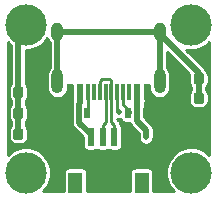
<source format=gtl>
G04 #@! TF.GenerationSoftware,KiCad,Pcbnew,5.1.5*
G04 #@! TF.CreationDate,2020-01-08T02:03:50-03:00*
G04 #@! TF.ProjectId,Unified-Daughterboard,556e6966-6965-4642-9d44-617567687465,rev?*
G04 #@! TF.SameCoordinates,Original*
G04 #@! TF.FileFunction,Copper,L1,Top*
G04 #@! TF.FilePolarity,Positive*
%FSLAX46Y46*%
G04 Gerber Fmt 4.6, Leading zero omitted, Abs format (unit mm)*
G04 Created by KiCad (PCBNEW 5.1.5) date 2020-01-08 02:03:50*
%MOMM*%
%LPD*%
G04 APERTURE LIST*
%ADD10C,0.100000*%
%ADD11C,3.500000*%
%ADD12R,0.600000X1.550000*%
%ADD13R,1.200000X1.800000*%
%ADD14R,0.500000X0.900000*%
%ADD15O,1.000000X1.600000*%
%ADD16O,1.000000X2.100000*%
%ADD17R,0.300000X1.450000*%
%ADD18R,0.600000X1.450000*%
%ADD19C,0.508000*%
%ADD20C,0.254000*%
%ADD21C,0.508000*%
G04 APERTURE END LIST*
G04 #@! TA.AperFunction,SMDPad,CuDef*
D10*
G36*
X69178191Y-65542053D02*
G01*
X69199426Y-65545203D01*
X69220250Y-65550419D01*
X69240462Y-65557651D01*
X69259868Y-65566830D01*
X69278281Y-65577866D01*
X69295524Y-65590654D01*
X69311430Y-65605070D01*
X69325846Y-65620976D01*
X69338634Y-65638219D01*
X69349670Y-65656632D01*
X69358849Y-65676038D01*
X69366081Y-65696250D01*
X69371297Y-65717074D01*
X69374447Y-65738309D01*
X69375500Y-65759750D01*
X69375500Y-66272250D01*
X69374447Y-66293691D01*
X69371297Y-66314926D01*
X69366081Y-66335750D01*
X69358849Y-66355962D01*
X69349670Y-66375368D01*
X69338634Y-66393781D01*
X69325846Y-66411024D01*
X69311430Y-66426930D01*
X69295524Y-66441346D01*
X69278281Y-66454134D01*
X69259868Y-66465170D01*
X69240462Y-66474349D01*
X69220250Y-66481581D01*
X69199426Y-66486797D01*
X69178191Y-66489947D01*
X69156750Y-66491000D01*
X68719250Y-66491000D01*
X68697809Y-66489947D01*
X68676574Y-66486797D01*
X68655750Y-66481581D01*
X68635538Y-66474349D01*
X68616132Y-66465170D01*
X68597719Y-66454134D01*
X68580476Y-66441346D01*
X68564570Y-66426930D01*
X68550154Y-66411024D01*
X68537366Y-66393781D01*
X68526330Y-66375368D01*
X68517151Y-66355962D01*
X68509919Y-66335750D01*
X68504703Y-66314926D01*
X68501553Y-66293691D01*
X68500500Y-66272250D01*
X68500500Y-65759750D01*
X68501553Y-65738309D01*
X68504703Y-65717074D01*
X68509919Y-65696250D01*
X68517151Y-65676038D01*
X68526330Y-65656632D01*
X68537366Y-65638219D01*
X68550154Y-65620976D01*
X68564570Y-65605070D01*
X68580476Y-65590654D01*
X68597719Y-65577866D01*
X68616132Y-65566830D01*
X68635538Y-65557651D01*
X68655750Y-65550419D01*
X68676574Y-65545203D01*
X68697809Y-65542053D01*
X68719250Y-65541000D01*
X69156750Y-65541000D01*
X69178191Y-65542053D01*
G37*
G04 #@! TD.AperFunction*
G04 #@! TA.AperFunction,SMDPad,CuDef*
G36*
X67603191Y-65542053D02*
G01*
X67624426Y-65545203D01*
X67645250Y-65550419D01*
X67665462Y-65557651D01*
X67684868Y-65566830D01*
X67703281Y-65577866D01*
X67720524Y-65590654D01*
X67736430Y-65605070D01*
X67750846Y-65620976D01*
X67763634Y-65638219D01*
X67774670Y-65656632D01*
X67783849Y-65676038D01*
X67791081Y-65696250D01*
X67796297Y-65717074D01*
X67799447Y-65738309D01*
X67800500Y-65759750D01*
X67800500Y-66272250D01*
X67799447Y-66293691D01*
X67796297Y-66314926D01*
X67791081Y-66335750D01*
X67783849Y-66355962D01*
X67774670Y-66375368D01*
X67763634Y-66393781D01*
X67750846Y-66411024D01*
X67736430Y-66426930D01*
X67720524Y-66441346D01*
X67703281Y-66454134D01*
X67684868Y-66465170D01*
X67665462Y-66474349D01*
X67645250Y-66481581D01*
X67624426Y-66486797D01*
X67603191Y-66489947D01*
X67581750Y-66491000D01*
X67144250Y-66491000D01*
X67122809Y-66489947D01*
X67101574Y-66486797D01*
X67080750Y-66481581D01*
X67060538Y-66474349D01*
X67041132Y-66465170D01*
X67022719Y-66454134D01*
X67005476Y-66441346D01*
X66989570Y-66426930D01*
X66975154Y-66411024D01*
X66962366Y-66393781D01*
X66951330Y-66375368D01*
X66942151Y-66355962D01*
X66934919Y-66335750D01*
X66929703Y-66314926D01*
X66926553Y-66293691D01*
X66925500Y-66272250D01*
X66925500Y-65759750D01*
X66926553Y-65738309D01*
X66929703Y-65717074D01*
X66934919Y-65696250D01*
X66942151Y-65676038D01*
X66951330Y-65656632D01*
X66962366Y-65638219D01*
X66975154Y-65620976D01*
X66989570Y-65605070D01*
X67005476Y-65590654D01*
X67022719Y-65577866D01*
X67041132Y-65566830D01*
X67060538Y-65557651D01*
X67080750Y-65550419D01*
X67101574Y-65545203D01*
X67122809Y-65542053D01*
X67144250Y-65541000D01*
X67581750Y-65541000D01*
X67603191Y-65542053D01*
G37*
G04 #@! TD.AperFunction*
G04 #@! TA.AperFunction,SMDPad,CuDef*
G36*
X81319191Y-64272053D02*
G01*
X81340426Y-64275203D01*
X81361250Y-64280419D01*
X81381462Y-64287651D01*
X81400868Y-64296830D01*
X81419281Y-64307866D01*
X81436524Y-64320654D01*
X81452430Y-64335070D01*
X81466846Y-64350976D01*
X81479634Y-64368219D01*
X81490670Y-64386632D01*
X81499849Y-64406038D01*
X81507081Y-64426250D01*
X81512297Y-64447074D01*
X81515447Y-64468309D01*
X81516500Y-64489750D01*
X81516500Y-65002250D01*
X81515447Y-65023691D01*
X81512297Y-65044926D01*
X81507081Y-65065750D01*
X81499849Y-65085962D01*
X81490670Y-65105368D01*
X81479634Y-65123781D01*
X81466846Y-65141024D01*
X81452430Y-65156930D01*
X81436524Y-65171346D01*
X81419281Y-65184134D01*
X81400868Y-65195170D01*
X81381462Y-65204349D01*
X81361250Y-65211581D01*
X81340426Y-65216797D01*
X81319191Y-65219947D01*
X81297750Y-65221000D01*
X80860250Y-65221000D01*
X80838809Y-65219947D01*
X80817574Y-65216797D01*
X80796750Y-65211581D01*
X80776538Y-65204349D01*
X80757132Y-65195170D01*
X80738719Y-65184134D01*
X80721476Y-65171346D01*
X80705570Y-65156930D01*
X80691154Y-65141024D01*
X80678366Y-65123781D01*
X80667330Y-65105368D01*
X80658151Y-65085962D01*
X80650919Y-65065750D01*
X80645703Y-65044926D01*
X80642553Y-65023691D01*
X80641500Y-65002250D01*
X80641500Y-64489750D01*
X80642553Y-64468309D01*
X80645703Y-64447074D01*
X80650919Y-64426250D01*
X80658151Y-64406038D01*
X80667330Y-64386632D01*
X80678366Y-64368219D01*
X80691154Y-64350976D01*
X80705570Y-64335070D01*
X80721476Y-64320654D01*
X80738719Y-64307866D01*
X80757132Y-64296830D01*
X80776538Y-64287651D01*
X80796750Y-64280419D01*
X80817574Y-64275203D01*
X80838809Y-64272053D01*
X80860250Y-64271000D01*
X81297750Y-64271000D01*
X81319191Y-64272053D01*
G37*
G04 #@! TD.AperFunction*
G04 #@! TA.AperFunction,SMDPad,CuDef*
G36*
X82894191Y-64272053D02*
G01*
X82915426Y-64275203D01*
X82936250Y-64280419D01*
X82956462Y-64287651D01*
X82975868Y-64296830D01*
X82994281Y-64307866D01*
X83011524Y-64320654D01*
X83027430Y-64335070D01*
X83041846Y-64350976D01*
X83054634Y-64368219D01*
X83065670Y-64386632D01*
X83074849Y-64406038D01*
X83082081Y-64426250D01*
X83087297Y-64447074D01*
X83090447Y-64468309D01*
X83091500Y-64489750D01*
X83091500Y-65002250D01*
X83090447Y-65023691D01*
X83087297Y-65044926D01*
X83082081Y-65065750D01*
X83074849Y-65085962D01*
X83065670Y-65105368D01*
X83054634Y-65123781D01*
X83041846Y-65141024D01*
X83027430Y-65156930D01*
X83011524Y-65171346D01*
X82994281Y-65184134D01*
X82975868Y-65195170D01*
X82956462Y-65204349D01*
X82936250Y-65211581D01*
X82915426Y-65216797D01*
X82894191Y-65219947D01*
X82872750Y-65221000D01*
X82435250Y-65221000D01*
X82413809Y-65219947D01*
X82392574Y-65216797D01*
X82371750Y-65211581D01*
X82351538Y-65204349D01*
X82332132Y-65195170D01*
X82313719Y-65184134D01*
X82296476Y-65171346D01*
X82280570Y-65156930D01*
X82266154Y-65141024D01*
X82253366Y-65123781D01*
X82242330Y-65105368D01*
X82233151Y-65085962D01*
X82225919Y-65065750D01*
X82220703Y-65044926D01*
X82217553Y-65023691D01*
X82216500Y-65002250D01*
X82216500Y-64489750D01*
X82217553Y-64468309D01*
X82220703Y-64447074D01*
X82225919Y-64426250D01*
X82233151Y-64406038D01*
X82242330Y-64386632D01*
X82253366Y-64368219D01*
X82266154Y-64350976D01*
X82280570Y-64335070D01*
X82296476Y-64320654D01*
X82313719Y-64307866D01*
X82332132Y-64296830D01*
X82351538Y-64287651D01*
X82371750Y-64280419D01*
X82392574Y-64275203D01*
X82413809Y-64272053D01*
X82435250Y-64271000D01*
X82872750Y-64271000D01*
X82894191Y-64272053D01*
G37*
G04 #@! TD.AperFunction*
G04 #@! TA.AperFunction,SMDPad,CuDef*
G36*
X67603191Y-63764053D02*
G01*
X67624426Y-63767203D01*
X67645250Y-63772419D01*
X67665462Y-63779651D01*
X67684868Y-63788830D01*
X67703281Y-63799866D01*
X67720524Y-63812654D01*
X67736430Y-63827070D01*
X67750846Y-63842976D01*
X67763634Y-63860219D01*
X67774670Y-63878632D01*
X67783849Y-63898038D01*
X67791081Y-63918250D01*
X67796297Y-63939074D01*
X67799447Y-63960309D01*
X67800500Y-63981750D01*
X67800500Y-64494250D01*
X67799447Y-64515691D01*
X67796297Y-64536926D01*
X67791081Y-64557750D01*
X67783849Y-64577962D01*
X67774670Y-64597368D01*
X67763634Y-64615781D01*
X67750846Y-64633024D01*
X67736430Y-64648930D01*
X67720524Y-64663346D01*
X67703281Y-64676134D01*
X67684868Y-64687170D01*
X67665462Y-64696349D01*
X67645250Y-64703581D01*
X67624426Y-64708797D01*
X67603191Y-64711947D01*
X67581750Y-64713000D01*
X67144250Y-64713000D01*
X67122809Y-64711947D01*
X67101574Y-64708797D01*
X67080750Y-64703581D01*
X67060538Y-64696349D01*
X67041132Y-64687170D01*
X67022719Y-64676134D01*
X67005476Y-64663346D01*
X66989570Y-64648930D01*
X66975154Y-64633024D01*
X66962366Y-64615781D01*
X66951330Y-64597368D01*
X66942151Y-64577962D01*
X66934919Y-64557750D01*
X66929703Y-64536926D01*
X66926553Y-64515691D01*
X66925500Y-64494250D01*
X66925500Y-63981750D01*
X66926553Y-63960309D01*
X66929703Y-63939074D01*
X66934919Y-63918250D01*
X66942151Y-63898038D01*
X66951330Y-63878632D01*
X66962366Y-63860219D01*
X66975154Y-63842976D01*
X66989570Y-63827070D01*
X67005476Y-63812654D01*
X67022719Y-63799866D01*
X67041132Y-63788830D01*
X67060538Y-63779651D01*
X67080750Y-63772419D01*
X67101574Y-63767203D01*
X67122809Y-63764053D01*
X67144250Y-63763000D01*
X67581750Y-63763000D01*
X67603191Y-63764053D01*
G37*
G04 #@! TD.AperFunction*
G04 #@! TA.AperFunction,SMDPad,CuDef*
G36*
X69178191Y-63764053D02*
G01*
X69199426Y-63767203D01*
X69220250Y-63772419D01*
X69240462Y-63779651D01*
X69259868Y-63788830D01*
X69278281Y-63799866D01*
X69295524Y-63812654D01*
X69311430Y-63827070D01*
X69325846Y-63842976D01*
X69338634Y-63860219D01*
X69349670Y-63878632D01*
X69358849Y-63898038D01*
X69366081Y-63918250D01*
X69371297Y-63939074D01*
X69374447Y-63960309D01*
X69375500Y-63981750D01*
X69375500Y-64494250D01*
X69374447Y-64515691D01*
X69371297Y-64536926D01*
X69366081Y-64557750D01*
X69358849Y-64577962D01*
X69349670Y-64597368D01*
X69338634Y-64615781D01*
X69325846Y-64633024D01*
X69311430Y-64648930D01*
X69295524Y-64663346D01*
X69278281Y-64676134D01*
X69259868Y-64687170D01*
X69240462Y-64696349D01*
X69220250Y-64703581D01*
X69199426Y-64708797D01*
X69178191Y-64711947D01*
X69156750Y-64713000D01*
X68719250Y-64713000D01*
X68697809Y-64711947D01*
X68676574Y-64708797D01*
X68655750Y-64703581D01*
X68635538Y-64696349D01*
X68616132Y-64687170D01*
X68597719Y-64676134D01*
X68580476Y-64663346D01*
X68564570Y-64648930D01*
X68550154Y-64633024D01*
X68537366Y-64615781D01*
X68526330Y-64597368D01*
X68517151Y-64577962D01*
X68509919Y-64557750D01*
X68504703Y-64536926D01*
X68501553Y-64515691D01*
X68500500Y-64494250D01*
X68500500Y-63981750D01*
X68501553Y-63960309D01*
X68504703Y-63939074D01*
X68509919Y-63918250D01*
X68517151Y-63898038D01*
X68526330Y-63878632D01*
X68537366Y-63860219D01*
X68550154Y-63842976D01*
X68564570Y-63827070D01*
X68580476Y-63812654D01*
X68597719Y-63799866D01*
X68616132Y-63788830D01*
X68635538Y-63779651D01*
X68655750Y-63772419D01*
X68676574Y-63767203D01*
X68697809Y-63764053D01*
X68719250Y-63763000D01*
X69156750Y-63763000D01*
X69178191Y-63764053D01*
G37*
G04 #@! TD.AperFunction*
G04 #@! TA.AperFunction,SMDPad,CuDef*
G36*
X69178191Y-67320053D02*
G01*
X69199426Y-67323203D01*
X69220250Y-67328419D01*
X69240462Y-67335651D01*
X69259868Y-67344830D01*
X69278281Y-67355866D01*
X69295524Y-67368654D01*
X69311430Y-67383070D01*
X69325846Y-67398976D01*
X69338634Y-67416219D01*
X69349670Y-67434632D01*
X69358849Y-67454038D01*
X69366081Y-67474250D01*
X69371297Y-67495074D01*
X69374447Y-67516309D01*
X69375500Y-67537750D01*
X69375500Y-68050250D01*
X69374447Y-68071691D01*
X69371297Y-68092926D01*
X69366081Y-68113750D01*
X69358849Y-68133962D01*
X69349670Y-68153368D01*
X69338634Y-68171781D01*
X69325846Y-68189024D01*
X69311430Y-68204930D01*
X69295524Y-68219346D01*
X69278281Y-68232134D01*
X69259868Y-68243170D01*
X69240462Y-68252349D01*
X69220250Y-68259581D01*
X69199426Y-68264797D01*
X69178191Y-68267947D01*
X69156750Y-68269000D01*
X68719250Y-68269000D01*
X68697809Y-68267947D01*
X68676574Y-68264797D01*
X68655750Y-68259581D01*
X68635538Y-68252349D01*
X68616132Y-68243170D01*
X68597719Y-68232134D01*
X68580476Y-68219346D01*
X68564570Y-68204930D01*
X68550154Y-68189024D01*
X68537366Y-68171781D01*
X68526330Y-68153368D01*
X68517151Y-68133962D01*
X68509919Y-68113750D01*
X68504703Y-68092926D01*
X68501553Y-68071691D01*
X68500500Y-68050250D01*
X68500500Y-67537750D01*
X68501553Y-67516309D01*
X68504703Y-67495074D01*
X68509919Y-67474250D01*
X68517151Y-67454038D01*
X68526330Y-67434632D01*
X68537366Y-67416219D01*
X68550154Y-67398976D01*
X68564570Y-67383070D01*
X68580476Y-67368654D01*
X68597719Y-67355866D01*
X68616132Y-67344830D01*
X68635538Y-67335651D01*
X68655750Y-67328419D01*
X68676574Y-67323203D01*
X68697809Y-67320053D01*
X68719250Y-67319000D01*
X69156750Y-67319000D01*
X69178191Y-67320053D01*
G37*
G04 #@! TD.AperFunction*
G04 #@! TA.AperFunction,SMDPad,CuDef*
G36*
X67603191Y-67320053D02*
G01*
X67624426Y-67323203D01*
X67645250Y-67328419D01*
X67665462Y-67335651D01*
X67684868Y-67344830D01*
X67703281Y-67355866D01*
X67720524Y-67368654D01*
X67736430Y-67383070D01*
X67750846Y-67398976D01*
X67763634Y-67416219D01*
X67774670Y-67434632D01*
X67783849Y-67454038D01*
X67791081Y-67474250D01*
X67796297Y-67495074D01*
X67799447Y-67516309D01*
X67800500Y-67537750D01*
X67800500Y-68050250D01*
X67799447Y-68071691D01*
X67796297Y-68092926D01*
X67791081Y-68113750D01*
X67783849Y-68133962D01*
X67774670Y-68153368D01*
X67763634Y-68171781D01*
X67750846Y-68189024D01*
X67736430Y-68204930D01*
X67720524Y-68219346D01*
X67703281Y-68232134D01*
X67684868Y-68243170D01*
X67665462Y-68252349D01*
X67645250Y-68259581D01*
X67624426Y-68264797D01*
X67603191Y-68267947D01*
X67581750Y-68269000D01*
X67144250Y-68269000D01*
X67122809Y-68267947D01*
X67101574Y-68264797D01*
X67080750Y-68259581D01*
X67060538Y-68252349D01*
X67041132Y-68243170D01*
X67022719Y-68232134D01*
X67005476Y-68219346D01*
X66989570Y-68204930D01*
X66975154Y-68189024D01*
X66962366Y-68171781D01*
X66951330Y-68153368D01*
X66942151Y-68133962D01*
X66934919Y-68113750D01*
X66929703Y-68092926D01*
X66926553Y-68071691D01*
X66925500Y-68050250D01*
X66925500Y-67537750D01*
X66926553Y-67516309D01*
X66929703Y-67495074D01*
X66934919Y-67474250D01*
X66942151Y-67454038D01*
X66951330Y-67434632D01*
X66962366Y-67416219D01*
X66975154Y-67398976D01*
X66989570Y-67383070D01*
X67005476Y-67368654D01*
X67022719Y-67355866D01*
X67041132Y-67344830D01*
X67060538Y-67335651D01*
X67080750Y-67328419D01*
X67101574Y-67323203D01*
X67122809Y-67320053D01*
X67144250Y-67319000D01*
X67581750Y-67319000D01*
X67603191Y-67320053D01*
G37*
G04 #@! TD.AperFunction*
G04 #@! TA.AperFunction,SMDPad,CuDef*
G36*
X81319191Y-62621053D02*
G01*
X81340426Y-62624203D01*
X81361250Y-62629419D01*
X81381462Y-62636651D01*
X81400868Y-62645830D01*
X81419281Y-62656866D01*
X81436524Y-62669654D01*
X81452430Y-62684070D01*
X81466846Y-62699976D01*
X81479634Y-62717219D01*
X81490670Y-62735632D01*
X81499849Y-62755038D01*
X81507081Y-62775250D01*
X81512297Y-62796074D01*
X81515447Y-62817309D01*
X81516500Y-62838750D01*
X81516500Y-63351250D01*
X81515447Y-63372691D01*
X81512297Y-63393926D01*
X81507081Y-63414750D01*
X81499849Y-63434962D01*
X81490670Y-63454368D01*
X81479634Y-63472781D01*
X81466846Y-63490024D01*
X81452430Y-63505930D01*
X81436524Y-63520346D01*
X81419281Y-63533134D01*
X81400868Y-63544170D01*
X81381462Y-63553349D01*
X81361250Y-63560581D01*
X81340426Y-63565797D01*
X81319191Y-63568947D01*
X81297750Y-63570000D01*
X80860250Y-63570000D01*
X80838809Y-63568947D01*
X80817574Y-63565797D01*
X80796750Y-63560581D01*
X80776538Y-63553349D01*
X80757132Y-63544170D01*
X80738719Y-63533134D01*
X80721476Y-63520346D01*
X80705570Y-63505930D01*
X80691154Y-63490024D01*
X80678366Y-63472781D01*
X80667330Y-63454368D01*
X80658151Y-63434962D01*
X80650919Y-63414750D01*
X80645703Y-63393926D01*
X80642553Y-63372691D01*
X80641500Y-63351250D01*
X80641500Y-62838750D01*
X80642553Y-62817309D01*
X80645703Y-62796074D01*
X80650919Y-62775250D01*
X80658151Y-62755038D01*
X80667330Y-62735632D01*
X80678366Y-62717219D01*
X80691154Y-62699976D01*
X80705570Y-62684070D01*
X80721476Y-62669654D01*
X80738719Y-62656866D01*
X80757132Y-62645830D01*
X80776538Y-62636651D01*
X80796750Y-62629419D01*
X80817574Y-62624203D01*
X80838809Y-62621053D01*
X80860250Y-62620000D01*
X81297750Y-62620000D01*
X81319191Y-62621053D01*
G37*
G04 #@! TD.AperFunction*
G04 #@! TA.AperFunction,SMDPad,CuDef*
G36*
X82894191Y-62621053D02*
G01*
X82915426Y-62624203D01*
X82936250Y-62629419D01*
X82956462Y-62636651D01*
X82975868Y-62645830D01*
X82994281Y-62656866D01*
X83011524Y-62669654D01*
X83027430Y-62684070D01*
X83041846Y-62699976D01*
X83054634Y-62717219D01*
X83065670Y-62735632D01*
X83074849Y-62755038D01*
X83082081Y-62775250D01*
X83087297Y-62796074D01*
X83090447Y-62817309D01*
X83091500Y-62838750D01*
X83091500Y-63351250D01*
X83090447Y-63372691D01*
X83087297Y-63393926D01*
X83082081Y-63414750D01*
X83074849Y-63434962D01*
X83065670Y-63454368D01*
X83054634Y-63472781D01*
X83041846Y-63490024D01*
X83027430Y-63505930D01*
X83011524Y-63520346D01*
X82994281Y-63533134D01*
X82975868Y-63544170D01*
X82956462Y-63553349D01*
X82936250Y-63560581D01*
X82915426Y-63565797D01*
X82894191Y-63568947D01*
X82872750Y-63570000D01*
X82435250Y-63570000D01*
X82413809Y-63568947D01*
X82392574Y-63565797D01*
X82371750Y-63560581D01*
X82351538Y-63553349D01*
X82332132Y-63544170D01*
X82313719Y-63533134D01*
X82296476Y-63520346D01*
X82280570Y-63505930D01*
X82266154Y-63490024D01*
X82253366Y-63472781D01*
X82242330Y-63454368D01*
X82233151Y-63434962D01*
X82225919Y-63414750D01*
X82220703Y-63393926D01*
X82217553Y-63372691D01*
X82216500Y-63351250D01*
X82216500Y-62838750D01*
X82217553Y-62817309D01*
X82220703Y-62796074D01*
X82225919Y-62775250D01*
X82233151Y-62755038D01*
X82242330Y-62735632D01*
X82253366Y-62717219D01*
X82266154Y-62699976D01*
X82280570Y-62684070D01*
X82296476Y-62669654D01*
X82313719Y-62656866D01*
X82332132Y-62645830D01*
X82351538Y-62636651D01*
X82371750Y-62629419D01*
X82392574Y-62624203D01*
X82413809Y-62621053D01*
X82435250Y-62620000D01*
X82872750Y-62620000D01*
X82894191Y-62621053D01*
G37*
G04 #@! TD.AperFunction*
D11*
X68004500Y-58543000D03*
X82004500Y-58543000D03*
X68004500Y-71043000D03*
X82004500Y-71043000D03*
D12*
X75504500Y-68018000D03*
X76504500Y-68018000D03*
X74504500Y-68018000D03*
X73504500Y-68018000D03*
D13*
X72204500Y-71893000D03*
X77804500Y-71893000D03*
D14*
X78171500Y-66016000D03*
X76671500Y-66016000D03*
X73218500Y-66016000D03*
X71718500Y-66016000D03*
D15*
X70684500Y-59143000D03*
X79324500Y-59143000D03*
D16*
X70684500Y-63323000D03*
X79324500Y-63323000D03*
D17*
X75254500Y-64238000D03*
X74754500Y-64238000D03*
X74254500Y-64238000D03*
X75754500Y-64238000D03*
X73754500Y-64238000D03*
X76254500Y-64238000D03*
X73254500Y-64238000D03*
X76754500Y-64238000D03*
D18*
X77454500Y-64238000D03*
X72554500Y-64238000D03*
X78229500Y-64238000D03*
X71779500Y-64238000D03*
D19*
X74504500Y-68018000D03*
X75897500Y-65889000D03*
X73504500Y-68018000D03*
X78183500Y-68048000D03*
D20*
X75254500Y-66739000D02*
X75254500Y-64238000D01*
X75504500Y-68018000D02*
X75504500Y-68018000D01*
X75504500Y-66989000D02*
X75254500Y-66739000D01*
X75504500Y-68018000D02*
X75504500Y-66989000D01*
X75254500Y-63259000D02*
X75254500Y-64238000D01*
X75090500Y-63095000D02*
X75254500Y-63259000D01*
X74418500Y-63095000D02*
X75090500Y-63095000D01*
X74254500Y-63259000D02*
X74418500Y-63095000D01*
X74254500Y-64238000D02*
X74254500Y-63259000D01*
X74754500Y-65217000D02*
X74754500Y-64238000D01*
X74754500Y-66739000D02*
X74754500Y-65217000D01*
X74504500Y-66989000D02*
X74754500Y-66739000D01*
X74504500Y-68018000D02*
X74504500Y-68018000D01*
X74504500Y-68018000D02*
X74504500Y-66989000D01*
X75754500Y-65270000D02*
X75754500Y-65746000D01*
X75754500Y-64238000D02*
X75754500Y-65270000D01*
X75754500Y-65746000D02*
X75897500Y-65889000D01*
X75897500Y-65889000D02*
X75897500Y-65889000D01*
D21*
X73504500Y-67814000D02*
X73504500Y-68018000D01*
X72514499Y-66823999D02*
X73504500Y-67814000D01*
X72514499Y-65202799D02*
X72514499Y-66823999D01*
X72554500Y-64238000D02*
X72554500Y-65162798D01*
X72554500Y-65162798D02*
X72514499Y-65202799D01*
X73504500Y-68018000D02*
X73504500Y-68018000D01*
X77454500Y-66557000D02*
X77454500Y-66684000D01*
X77454500Y-64238000D02*
X77454500Y-66557000D01*
X77454500Y-66684000D02*
X78183500Y-67413000D01*
X78183500Y-67413000D02*
X78183500Y-68048000D01*
X78183500Y-68048000D02*
X78183500Y-68048000D01*
D20*
X73254500Y-64238000D02*
X73254500Y-66016000D01*
X76254500Y-64238000D02*
X76254500Y-64389000D01*
X76254500Y-64389000D02*
X76231501Y-64411999D01*
X76260500Y-65278000D02*
X76798500Y-65816000D01*
X76254500Y-65278000D02*
X76260500Y-65278000D01*
X76798500Y-65816000D02*
X76798500Y-66016000D01*
X76254500Y-64238000D02*
X76254500Y-65278000D01*
D21*
X79324500Y-59143000D02*
X79324500Y-63323000D01*
X79324500Y-59143000D02*
X79324500Y-59283000D01*
X82654000Y-62612500D02*
X82654000Y-63095000D01*
X79324500Y-59283000D02*
X82654000Y-62612500D01*
X82654000Y-63095000D02*
X82654000Y-64746000D01*
X79324500Y-59143000D02*
X70684500Y-59143000D01*
X70684500Y-59143000D02*
X70684500Y-63323000D01*
X67363000Y-67794000D02*
X67363000Y-58543000D01*
X68004500Y-71043000D02*
X68004500Y-70950000D01*
D20*
G36*
X69866625Y-59781774D02*
G01*
X69948432Y-59934824D01*
X70049500Y-60057978D01*
X70049501Y-62158022D01*
X69948433Y-62281175D01*
X69866626Y-62434225D01*
X69816249Y-62600294D01*
X69803501Y-62729727D01*
X69803500Y-63916272D01*
X69816248Y-64045705D01*
X69866625Y-64211774D01*
X69948432Y-64364824D01*
X70058525Y-64498975D01*
X70192675Y-64609068D01*
X70345725Y-64690875D01*
X70511794Y-64741252D01*
X70684500Y-64758262D01*
X70857205Y-64741252D01*
X71023274Y-64690875D01*
X71176324Y-64609068D01*
X71310475Y-64498975D01*
X71420568Y-64364825D01*
X71502375Y-64211775D01*
X71552752Y-64045706D01*
X71565500Y-63916273D01*
X71565500Y-63603000D01*
X71871657Y-63603000D01*
X71871657Y-64963000D01*
X71879013Y-65037689D01*
X71890012Y-65073949D01*
X71888687Y-65078318D01*
X71879499Y-65171608D01*
X71879499Y-65171618D01*
X71876428Y-65202799D01*
X71879499Y-65233981D01*
X71879500Y-66792808D01*
X71876428Y-66823999D01*
X71879500Y-66855190D01*
X71879500Y-66855191D01*
X71887296Y-66934342D01*
X71888688Y-66948480D01*
X71924997Y-67068178D01*
X71983962Y-67178492D01*
X72010313Y-67210601D01*
X72063315Y-67275184D01*
X72087545Y-67295069D01*
X72821657Y-68029182D01*
X72821657Y-68793000D01*
X72829013Y-68867689D01*
X72850799Y-68939508D01*
X72886178Y-69005696D01*
X72933789Y-69063711D01*
X72991804Y-69111322D01*
X73057992Y-69146701D01*
X73129811Y-69168487D01*
X73204500Y-69175843D01*
X73804500Y-69175843D01*
X73879189Y-69168487D01*
X73951008Y-69146701D01*
X74004500Y-69118108D01*
X74057992Y-69146701D01*
X74129811Y-69168487D01*
X74204500Y-69175843D01*
X74804500Y-69175843D01*
X74879189Y-69168487D01*
X74951008Y-69146701D01*
X75004500Y-69118108D01*
X75057992Y-69146701D01*
X75129811Y-69168487D01*
X75204500Y-69175843D01*
X75804500Y-69175843D01*
X75879189Y-69168487D01*
X75951008Y-69146701D01*
X76017196Y-69111322D01*
X76075211Y-69063711D01*
X76122822Y-69005696D01*
X76158201Y-68939508D01*
X76179987Y-68867689D01*
X76187343Y-68793000D01*
X76187343Y-67243000D01*
X76179987Y-67168311D01*
X76158201Y-67096492D01*
X76122822Y-67030304D01*
X76075211Y-66972289D01*
X76017196Y-66924678D01*
X76008146Y-66919840D01*
X76005149Y-66889415D01*
X75976101Y-66793657D01*
X75928929Y-66705405D01*
X75865448Y-66628052D01*
X75846065Y-66612145D01*
X75762500Y-66528580D01*
X75762500Y-66509587D01*
X75834958Y-66524000D01*
X75960042Y-66524000D01*
X76042749Y-66507548D01*
X76046013Y-66540689D01*
X76067799Y-66612508D01*
X76103178Y-66678696D01*
X76150789Y-66736711D01*
X76208804Y-66784322D01*
X76274992Y-66819701D01*
X76346811Y-66841487D01*
X76421500Y-66848843D01*
X76840931Y-66848843D01*
X76864998Y-66928180D01*
X76923963Y-67038494D01*
X77003316Y-67135185D01*
X77027545Y-67155069D01*
X77548500Y-67676025D01*
X77548500Y-68016808D01*
X77545428Y-68048000D01*
X77548500Y-68079192D01*
X77548500Y-68110542D01*
X77554616Y-68141287D01*
X77557688Y-68172482D01*
X77566788Y-68202480D01*
X77572903Y-68233223D01*
X77584897Y-68262179D01*
X77593998Y-68292180D01*
X77608777Y-68319828D01*
X77620771Y-68348785D01*
X77638186Y-68374848D01*
X77652963Y-68402494D01*
X77672848Y-68426724D01*
X77690264Y-68452789D01*
X77712430Y-68474955D01*
X77732315Y-68499185D01*
X77756545Y-68519070D01*
X77778711Y-68541236D01*
X77804776Y-68558652D01*
X77829006Y-68578537D01*
X77856652Y-68593314D01*
X77882715Y-68610729D01*
X77911672Y-68622723D01*
X77939320Y-68637502D01*
X77969320Y-68646602D01*
X77998277Y-68658597D01*
X78029020Y-68664712D01*
X78059018Y-68673812D01*
X78090213Y-68676884D01*
X78120958Y-68683000D01*
X78152309Y-68683000D01*
X78183500Y-68686072D01*
X78214692Y-68683000D01*
X78246042Y-68683000D01*
X78276787Y-68676884D01*
X78307982Y-68673812D01*
X78337980Y-68664712D01*
X78368723Y-68658597D01*
X78397680Y-68646602D01*
X78427680Y-68637502D01*
X78455328Y-68622723D01*
X78484285Y-68610729D01*
X78510348Y-68593314D01*
X78537994Y-68578537D01*
X78562224Y-68558652D01*
X78588289Y-68541236D01*
X78610455Y-68519070D01*
X78634685Y-68499185D01*
X78654570Y-68474955D01*
X78676736Y-68452789D01*
X78694152Y-68426724D01*
X78714037Y-68402494D01*
X78728814Y-68374848D01*
X78746229Y-68348785D01*
X78758223Y-68319828D01*
X78773002Y-68292180D01*
X78782103Y-68262179D01*
X78794097Y-68233223D01*
X78800212Y-68202480D01*
X78809312Y-68172482D01*
X78812384Y-68141287D01*
X78818500Y-68110542D01*
X78818500Y-68079192D01*
X78821572Y-68048000D01*
X78818500Y-68016808D01*
X78818500Y-67444189D01*
X78821572Y-67413000D01*
X78816629Y-67362815D01*
X78809312Y-67288518D01*
X78773002Y-67168820D01*
X78761073Y-67146502D01*
X78714038Y-67058506D01*
X78654569Y-66986043D01*
X78654565Y-66986039D01*
X78634685Y-66961815D01*
X78610461Y-66941935D01*
X78089500Y-66420975D01*
X78089500Y-65144494D01*
X78108201Y-65109508D01*
X78129987Y-65037689D01*
X78137343Y-64963000D01*
X78137343Y-63603000D01*
X78443500Y-63603000D01*
X78443500Y-63916272D01*
X78456248Y-64045705D01*
X78506625Y-64211774D01*
X78588432Y-64364824D01*
X78698525Y-64498975D01*
X78832675Y-64609068D01*
X78985725Y-64690875D01*
X79151794Y-64741252D01*
X79324500Y-64758262D01*
X79497205Y-64741252D01*
X79663274Y-64690875D01*
X79816324Y-64609068D01*
X79950475Y-64498975D01*
X80060568Y-64364825D01*
X80142375Y-64211775D01*
X80192752Y-64045706D01*
X80205500Y-63916273D01*
X80205500Y-62729727D01*
X80192752Y-62600294D01*
X80142375Y-62434225D01*
X80060568Y-62281175D01*
X79959500Y-62158022D01*
X79959500Y-60816024D01*
X81849788Y-62706313D01*
X81845216Y-62721385D01*
X81833657Y-62838750D01*
X81833657Y-63351250D01*
X81845216Y-63468615D01*
X81879451Y-63581470D01*
X81935044Y-63685477D01*
X82009860Y-63776640D01*
X82019000Y-63784141D01*
X82019001Y-64056858D01*
X82009860Y-64064360D01*
X81935044Y-64155523D01*
X81879451Y-64259530D01*
X81845216Y-64372385D01*
X81833657Y-64489750D01*
X81833657Y-65002250D01*
X81845216Y-65119615D01*
X81879451Y-65232470D01*
X81935044Y-65336477D01*
X82009860Y-65427640D01*
X82101023Y-65502456D01*
X82205030Y-65558049D01*
X82317885Y-65592284D01*
X82435250Y-65603843D01*
X82872750Y-65603843D01*
X82990115Y-65592284D01*
X83102970Y-65558049D01*
X83206977Y-65502456D01*
X83298140Y-65427640D01*
X83372956Y-65336477D01*
X83428549Y-65232470D01*
X83462784Y-65119615D01*
X83474343Y-65002250D01*
X83474343Y-64489750D01*
X83462784Y-64372385D01*
X83428549Y-64259530D01*
X83372956Y-64155523D01*
X83298140Y-64064360D01*
X83289000Y-64056859D01*
X83289000Y-63784141D01*
X83298140Y-63776640D01*
X83372956Y-63685477D01*
X83428549Y-63581470D01*
X83462784Y-63468615D01*
X83474343Y-63351250D01*
X83474343Y-62838750D01*
X83462784Y-62721385D01*
X83428549Y-62608530D01*
X83372956Y-62504523D01*
X83298140Y-62413360D01*
X83243583Y-62368586D01*
X83243502Y-62368320D01*
X83184537Y-62258006D01*
X83105185Y-62161315D01*
X83080956Y-62141431D01*
X81568559Y-60629035D01*
X81794615Y-60674000D01*
X82214385Y-60674000D01*
X82626090Y-60592107D01*
X83013907Y-60431468D01*
X83362933Y-60198256D01*
X83548500Y-60012689D01*
X83548501Y-69573312D01*
X83362933Y-69387744D01*
X83013907Y-69154532D01*
X82626090Y-68993893D01*
X82214385Y-68912000D01*
X81794615Y-68912000D01*
X81382910Y-68993893D01*
X80995093Y-69154532D01*
X80646067Y-69387744D01*
X80349244Y-69684567D01*
X80116032Y-70033593D01*
X79955393Y-70421410D01*
X79873500Y-70833115D01*
X79873500Y-71252885D01*
X79955393Y-71664590D01*
X80116032Y-72052407D01*
X80349244Y-72401433D01*
X80534811Y-72587000D01*
X78787343Y-72587000D01*
X78787343Y-70993000D01*
X78779987Y-70918311D01*
X78758201Y-70846492D01*
X78722822Y-70780304D01*
X78675211Y-70722289D01*
X78617196Y-70674678D01*
X78551008Y-70639299D01*
X78479189Y-70617513D01*
X78404500Y-70610157D01*
X77204500Y-70610157D01*
X77129811Y-70617513D01*
X77057992Y-70639299D01*
X76991804Y-70674678D01*
X76933789Y-70722289D01*
X76886178Y-70780304D01*
X76850799Y-70846492D01*
X76829013Y-70918311D01*
X76821657Y-70993000D01*
X76821657Y-72587000D01*
X73187343Y-72587000D01*
X73187343Y-70993000D01*
X73179987Y-70918311D01*
X73158201Y-70846492D01*
X73122822Y-70780304D01*
X73075211Y-70722289D01*
X73017196Y-70674678D01*
X72951008Y-70639299D01*
X72879189Y-70617513D01*
X72804500Y-70610157D01*
X71604500Y-70610157D01*
X71529811Y-70617513D01*
X71457992Y-70639299D01*
X71391804Y-70674678D01*
X71333789Y-70722289D01*
X71286178Y-70780304D01*
X71250799Y-70846492D01*
X71229013Y-70918311D01*
X71221657Y-70993000D01*
X71221657Y-72587000D01*
X69474189Y-72587000D01*
X69659756Y-72401433D01*
X69892968Y-72052407D01*
X70053607Y-71664590D01*
X70135500Y-71252885D01*
X70135500Y-70833115D01*
X70053607Y-70421410D01*
X69892968Y-70033593D01*
X69659756Y-69684567D01*
X69362933Y-69387744D01*
X69013907Y-69154532D01*
X68626090Y-68993893D01*
X68214385Y-68912000D01*
X67794615Y-68912000D01*
X67382910Y-68993893D01*
X66995093Y-69154532D01*
X66646067Y-69387744D01*
X66460500Y-69573311D01*
X66460500Y-60012689D01*
X66646067Y-60198256D01*
X66728001Y-60253002D01*
X66728000Y-63548859D01*
X66718860Y-63556360D01*
X66644044Y-63647523D01*
X66588451Y-63751530D01*
X66554216Y-63864385D01*
X66542657Y-63981750D01*
X66542657Y-64494250D01*
X66554216Y-64611615D01*
X66588451Y-64724470D01*
X66644044Y-64828477D01*
X66718860Y-64919640D01*
X66728000Y-64927141D01*
X66728000Y-65326859D01*
X66718860Y-65334360D01*
X66644044Y-65425523D01*
X66588451Y-65529530D01*
X66554216Y-65642385D01*
X66542657Y-65759750D01*
X66542657Y-66272250D01*
X66554216Y-66389615D01*
X66588451Y-66502470D01*
X66644044Y-66606477D01*
X66718860Y-66697640D01*
X66728000Y-66705141D01*
X66728000Y-67104859D01*
X66718860Y-67112360D01*
X66644044Y-67203523D01*
X66588451Y-67307530D01*
X66554216Y-67420385D01*
X66542657Y-67537750D01*
X66542657Y-68050250D01*
X66554216Y-68167615D01*
X66588451Y-68280470D01*
X66644044Y-68384477D01*
X66718860Y-68475640D01*
X66810023Y-68550456D01*
X66914030Y-68606049D01*
X67026885Y-68640284D01*
X67144250Y-68651843D01*
X67581750Y-68651843D01*
X67699115Y-68640284D01*
X67811970Y-68606049D01*
X67915977Y-68550456D01*
X68007140Y-68475640D01*
X68081956Y-68384477D01*
X68137549Y-68280470D01*
X68171784Y-68167615D01*
X68183343Y-68050250D01*
X68183343Y-67537750D01*
X68171784Y-67420385D01*
X68137549Y-67307530D01*
X68081956Y-67203523D01*
X68007140Y-67112360D01*
X67998000Y-67104859D01*
X67998000Y-66705141D01*
X68007140Y-66697640D01*
X68081956Y-66606477D01*
X68137549Y-66502470D01*
X68171784Y-66389615D01*
X68183343Y-66272250D01*
X68183343Y-65759750D01*
X68171784Y-65642385D01*
X68137549Y-65529530D01*
X68081956Y-65425523D01*
X68007140Y-65334360D01*
X67998000Y-65326859D01*
X67998000Y-64927141D01*
X68007140Y-64919640D01*
X68081956Y-64828477D01*
X68137549Y-64724470D01*
X68171784Y-64611615D01*
X68183343Y-64494250D01*
X68183343Y-63981750D01*
X68171784Y-63864385D01*
X68137549Y-63751530D01*
X68081956Y-63647523D01*
X68007140Y-63556360D01*
X67998000Y-63548859D01*
X67998000Y-60674000D01*
X68214385Y-60674000D01*
X68626090Y-60592107D01*
X69013907Y-60431468D01*
X69362933Y-60198256D01*
X69659756Y-59901433D01*
X69826997Y-59651139D01*
X69866625Y-59781774D01*
G37*
X69866625Y-59781774D02*
X69948432Y-59934824D01*
X70049500Y-60057978D01*
X70049501Y-62158022D01*
X69948433Y-62281175D01*
X69866626Y-62434225D01*
X69816249Y-62600294D01*
X69803501Y-62729727D01*
X69803500Y-63916272D01*
X69816248Y-64045705D01*
X69866625Y-64211774D01*
X69948432Y-64364824D01*
X70058525Y-64498975D01*
X70192675Y-64609068D01*
X70345725Y-64690875D01*
X70511794Y-64741252D01*
X70684500Y-64758262D01*
X70857205Y-64741252D01*
X71023274Y-64690875D01*
X71176324Y-64609068D01*
X71310475Y-64498975D01*
X71420568Y-64364825D01*
X71502375Y-64211775D01*
X71552752Y-64045706D01*
X71565500Y-63916273D01*
X71565500Y-63603000D01*
X71871657Y-63603000D01*
X71871657Y-64963000D01*
X71879013Y-65037689D01*
X71890012Y-65073949D01*
X71888687Y-65078318D01*
X71879499Y-65171608D01*
X71879499Y-65171618D01*
X71876428Y-65202799D01*
X71879499Y-65233981D01*
X71879500Y-66792808D01*
X71876428Y-66823999D01*
X71879500Y-66855190D01*
X71879500Y-66855191D01*
X71887296Y-66934342D01*
X71888688Y-66948480D01*
X71924997Y-67068178D01*
X71983962Y-67178492D01*
X72010313Y-67210601D01*
X72063315Y-67275184D01*
X72087545Y-67295069D01*
X72821657Y-68029182D01*
X72821657Y-68793000D01*
X72829013Y-68867689D01*
X72850799Y-68939508D01*
X72886178Y-69005696D01*
X72933789Y-69063711D01*
X72991804Y-69111322D01*
X73057992Y-69146701D01*
X73129811Y-69168487D01*
X73204500Y-69175843D01*
X73804500Y-69175843D01*
X73879189Y-69168487D01*
X73951008Y-69146701D01*
X74004500Y-69118108D01*
X74057992Y-69146701D01*
X74129811Y-69168487D01*
X74204500Y-69175843D01*
X74804500Y-69175843D01*
X74879189Y-69168487D01*
X74951008Y-69146701D01*
X75004500Y-69118108D01*
X75057992Y-69146701D01*
X75129811Y-69168487D01*
X75204500Y-69175843D01*
X75804500Y-69175843D01*
X75879189Y-69168487D01*
X75951008Y-69146701D01*
X76017196Y-69111322D01*
X76075211Y-69063711D01*
X76122822Y-69005696D01*
X76158201Y-68939508D01*
X76179987Y-68867689D01*
X76187343Y-68793000D01*
X76187343Y-67243000D01*
X76179987Y-67168311D01*
X76158201Y-67096492D01*
X76122822Y-67030304D01*
X76075211Y-66972289D01*
X76017196Y-66924678D01*
X76008146Y-66919840D01*
X76005149Y-66889415D01*
X75976101Y-66793657D01*
X75928929Y-66705405D01*
X75865448Y-66628052D01*
X75846065Y-66612145D01*
X75762500Y-66528580D01*
X75762500Y-66509587D01*
X75834958Y-66524000D01*
X75960042Y-66524000D01*
X76042749Y-66507548D01*
X76046013Y-66540689D01*
X76067799Y-66612508D01*
X76103178Y-66678696D01*
X76150789Y-66736711D01*
X76208804Y-66784322D01*
X76274992Y-66819701D01*
X76346811Y-66841487D01*
X76421500Y-66848843D01*
X76840931Y-66848843D01*
X76864998Y-66928180D01*
X76923963Y-67038494D01*
X77003316Y-67135185D01*
X77027545Y-67155069D01*
X77548500Y-67676025D01*
X77548500Y-68016808D01*
X77545428Y-68048000D01*
X77548500Y-68079192D01*
X77548500Y-68110542D01*
X77554616Y-68141287D01*
X77557688Y-68172482D01*
X77566788Y-68202480D01*
X77572903Y-68233223D01*
X77584897Y-68262179D01*
X77593998Y-68292180D01*
X77608777Y-68319828D01*
X77620771Y-68348785D01*
X77638186Y-68374848D01*
X77652963Y-68402494D01*
X77672848Y-68426724D01*
X77690264Y-68452789D01*
X77712430Y-68474955D01*
X77732315Y-68499185D01*
X77756545Y-68519070D01*
X77778711Y-68541236D01*
X77804776Y-68558652D01*
X77829006Y-68578537D01*
X77856652Y-68593314D01*
X77882715Y-68610729D01*
X77911672Y-68622723D01*
X77939320Y-68637502D01*
X77969320Y-68646602D01*
X77998277Y-68658597D01*
X78029020Y-68664712D01*
X78059018Y-68673812D01*
X78090213Y-68676884D01*
X78120958Y-68683000D01*
X78152309Y-68683000D01*
X78183500Y-68686072D01*
X78214692Y-68683000D01*
X78246042Y-68683000D01*
X78276787Y-68676884D01*
X78307982Y-68673812D01*
X78337980Y-68664712D01*
X78368723Y-68658597D01*
X78397680Y-68646602D01*
X78427680Y-68637502D01*
X78455328Y-68622723D01*
X78484285Y-68610729D01*
X78510348Y-68593314D01*
X78537994Y-68578537D01*
X78562224Y-68558652D01*
X78588289Y-68541236D01*
X78610455Y-68519070D01*
X78634685Y-68499185D01*
X78654570Y-68474955D01*
X78676736Y-68452789D01*
X78694152Y-68426724D01*
X78714037Y-68402494D01*
X78728814Y-68374848D01*
X78746229Y-68348785D01*
X78758223Y-68319828D01*
X78773002Y-68292180D01*
X78782103Y-68262179D01*
X78794097Y-68233223D01*
X78800212Y-68202480D01*
X78809312Y-68172482D01*
X78812384Y-68141287D01*
X78818500Y-68110542D01*
X78818500Y-68079192D01*
X78821572Y-68048000D01*
X78818500Y-68016808D01*
X78818500Y-67444189D01*
X78821572Y-67413000D01*
X78816629Y-67362815D01*
X78809312Y-67288518D01*
X78773002Y-67168820D01*
X78761073Y-67146502D01*
X78714038Y-67058506D01*
X78654569Y-66986043D01*
X78654565Y-66986039D01*
X78634685Y-66961815D01*
X78610461Y-66941935D01*
X78089500Y-66420975D01*
X78089500Y-65144494D01*
X78108201Y-65109508D01*
X78129987Y-65037689D01*
X78137343Y-64963000D01*
X78137343Y-63603000D01*
X78443500Y-63603000D01*
X78443500Y-63916272D01*
X78456248Y-64045705D01*
X78506625Y-64211774D01*
X78588432Y-64364824D01*
X78698525Y-64498975D01*
X78832675Y-64609068D01*
X78985725Y-64690875D01*
X79151794Y-64741252D01*
X79324500Y-64758262D01*
X79497205Y-64741252D01*
X79663274Y-64690875D01*
X79816324Y-64609068D01*
X79950475Y-64498975D01*
X80060568Y-64364825D01*
X80142375Y-64211775D01*
X80192752Y-64045706D01*
X80205500Y-63916273D01*
X80205500Y-62729727D01*
X80192752Y-62600294D01*
X80142375Y-62434225D01*
X80060568Y-62281175D01*
X79959500Y-62158022D01*
X79959500Y-60816024D01*
X81849788Y-62706313D01*
X81845216Y-62721385D01*
X81833657Y-62838750D01*
X81833657Y-63351250D01*
X81845216Y-63468615D01*
X81879451Y-63581470D01*
X81935044Y-63685477D01*
X82009860Y-63776640D01*
X82019000Y-63784141D01*
X82019001Y-64056858D01*
X82009860Y-64064360D01*
X81935044Y-64155523D01*
X81879451Y-64259530D01*
X81845216Y-64372385D01*
X81833657Y-64489750D01*
X81833657Y-65002250D01*
X81845216Y-65119615D01*
X81879451Y-65232470D01*
X81935044Y-65336477D01*
X82009860Y-65427640D01*
X82101023Y-65502456D01*
X82205030Y-65558049D01*
X82317885Y-65592284D01*
X82435250Y-65603843D01*
X82872750Y-65603843D01*
X82990115Y-65592284D01*
X83102970Y-65558049D01*
X83206977Y-65502456D01*
X83298140Y-65427640D01*
X83372956Y-65336477D01*
X83428549Y-65232470D01*
X83462784Y-65119615D01*
X83474343Y-65002250D01*
X83474343Y-64489750D01*
X83462784Y-64372385D01*
X83428549Y-64259530D01*
X83372956Y-64155523D01*
X83298140Y-64064360D01*
X83289000Y-64056859D01*
X83289000Y-63784141D01*
X83298140Y-63776640D01*
X83372956Y-63685477D01*
X83428549Y-63581470D01*
X83462784Y-63468615D01*
X83474343Y-63351250D01*
X83474343Y-62838750D01*
X83462784Y-62721385D01*
X83428549Y-62608530D01*
X83372956Y-62504523D01*
X83298140Y-62413360D01*
X83243583Y-62368586D01*
X83243502Y-62368320D01*
X83184537Y-62258006D01*
X83105185Y-62161315D01*
X83080956Y-62141431D01*
X81568559Y-60629035D01*
X81794615Y-60674000D01*
X82214385Y-60674000D01*
X82626090Y-60592107D01*
X83013907Y-60431468D01*
X83362933Y-60198256D01*
X83548500Y-60012689D01*
X83548501Y-69573312D01*
X83362933Y-69387744D01*
X83013907Y-69154532D01*
X82626090Y-68993893D01*
X82214385Y-68912000D01*
X81794615Y-68912000D01*
X81382910Y-68993893D01*
X80995093Y-69154532D01*
X80646067Y-69387744D01*
X80349244Y-69684567D01*
X80116032Y-70033593D01*
X79955393Y-70421410D01*
X79873500Y-70833115D01*
X79873500Y-71252885D01*
X79955393Y-71664590D01*
X80116032Y-72052407D01*
X80349244Y-72401433D01*
X80534811Y-72587000D01*
X78787343Y-72587000D01*
X78787343Y-70993000D01*
X78779987Y-70918311D01*
X78758201Y-70846492D01*
X78722822Y-70780304D01*
X78675211Y-70722289D01*
X78617196Y-70674678D01*
X78551008Y-70639299D01*
X78479189Y-70617513D01*
X78404500Y-70610157D01*
X77204500Y-70610157D01*
X77129811Y-70617513D01*
X77057992Y-70639299D01*
X76991804Y-70674678D01*
X76933789Y-70722289D01*
X76886178Y-70780304D01*
X76850799Y-70846492D01*
X76829013Y-70918311D01*
X76821657Y-70993000D01*
X76821657Y-72587000D01*
X73187343Y-72587000D01*
X73187343Y-70993000D01*
X73179987Y-70918311D01*
X73158201Y-70846492D01*
X73122822Y-70780304D01*
X73075211Y-70722289D01*
X73017196Y-70674678D01*
X72951008Y-70639299D01*
X72879189Y-70617513D01*
X72804500Y-70610157D01*
X71604500Y-70610157D01*
X71529811Y-70617513D01*
X71457992Y-70639299D01*
X71391804Y-70674678D01*
X71333789Y-70722289D01*
X71286178Y-70780304D01*
X71250799Y-70846492D01*
X71229013Y-70918311D01*
X71221657Y-70993000D01*
X71221657Y-72587000D01*
X69474189Y-72587000D01*
X69659756Y-72401433D01*
X69892968Y-72052407D01*
X70053607Y-71664590D01*
X70135500Y-71252885D01*
X70135500Y-70833115D01*
X70053607Y-70421410D01*
X69892968Y-70033593D01*
X69659756Y-69684567D01*
X69362933Y-69387744D01*
X69013907Y-69154532D01*
X68626090Y-68993893D01*
X68214385Y-68912000D01*
X67794615Y-68912000D01*
X67382910Y-68993893D01*
X66995093Y-69154532D01*
X66646067Y-69387744D01*
X66460500Y-69573311D01*
X66460500Y-60012689D01*
X66646067Y-60198256D01*
X66728001Y-60253002D01*
X66728000Y-63548859D01*
X66718860Y-63556360D01*
X66644044Y-63647523D01*
X66588451Y-63751530D01*
X66554216Y-63864385D01*
X66542657Y-63981750D01*
X66542657Y-64494250D01*
X66554216Y-64611615D01*
X66588451Y-64724470D01*
X66644044Y-64828477D01*
X66718860Y-64919640D01*
X66728000Y-64927141D01*
X66728000Y-65326859D01*
X66718860Y-65334360D01*
X66644044Y-65425523D01*
X66588451Y-65529530D01*
X66554216Y-65642385D01*
X66542657Y-65759750D01*
X66542657Y-66272250D01*
X66554216Y-66389615D01*
X66588451Y-66502470D01*
X66644044Y-66606477D01*
X66718860Y-66697640D01*
X66728000Y-66705141D01*
X66728000Y-67104859D01*
X66718860Y-67112360D01*
X66644044Y-67203523D01*
X66588451Y-67307530D01*
X66554216Y-67420385D01*
X66542657Y-67537750D01*
X66542657Y-68050250D01*
X66554216Y-68167615D01*
X66588451Y-68280470D01*
X66644044Y-68384477D01*
X66718860Y-68475640D01*
X66810023Y-68550456D01*
X66914030Y-68606049D01*
X67026885Y-68640284D01*
X67144250Y-68651843D01*
X67581750Y-68651843D01*
X67699115Y-68640284D01*
X67811970Y-68606049D01*
X67915977Y-68550456D01*
X68007140Y-68475640D01*
X68081956Y-68384477D01*
X68137549Y-68280470D01*
X68171784Y-68167615D01*
X68183343Y-68050250D01*
X68183343Y-67537750D01*
X68171784Y-67420385D01*
X68137549Y-67307530D01*
X68081956Y-67203523D01*
X68007140Y-67112360D01*
X67998000Y-67104859D01*
X67998000Y-66705141D01*
X68007140Y-66697640D01*
X68081956Y-66606477D01*
X68137549Y-66502470D01*
X68171784Y-66389615D01*
X68183343Y-66272250D01*
X68183343Y-65759750D01*
X68171784Y-65642385D01*
X68137549Y-65529530D01*
X68081956Y-65425523D01*
X68007140Y-65334360D01*
X67998000Y-65326859D01*
X67998000Y-64927141D01*
X68007140Y-64919640D01*
X68081956Y-64828477D01*
X68137549Y-64724470D01*
X68171784Y-64611615D01*
X68183343Y-64494250D01*
X68183343Y-63981750D01*
X68171784Y-63864385D01*
X68137549Y-63751530D01*
X68081956Y-63647523D01*
X68007140Y-63556360D01*
X67998000Y-63548859D01*
X67998000Y-60674000D01*
X68214385Y-60674000D01*
X68626090Y-60592107D01*
X69013907Y-60431468D01*
X69362933Y-60198256D01*
X69659756Y-59901433D01*
X69826997Y-59651139D01*
X69866625Y-59781774D01*
M02*

</source>
